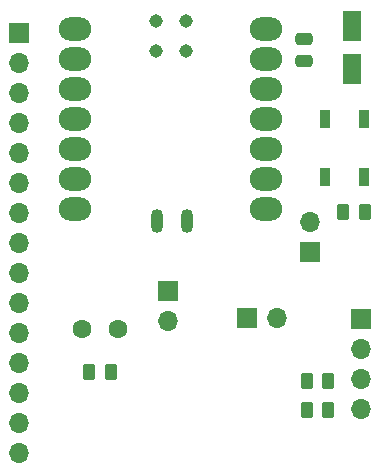
<source format=gbr>
%TF.GenerationSoftware,KiCad,Pcbnew,8.0.6*%
%TF.CreationDate,2024-10-18T13:19:48-03:00*%
%TF.ProjectId,ESP32C6-dev-board,45535033-3243-4362-9d64-65762d626f61,rev?*%
%TF.SameCoordinates,Original*%
%TF.FileFunction,Soldermask,Top*%
%TF.FilePolarity,Negative*%
%FSLAX46Y46*%
G04 Gerber Fmt 4.6, Leading zero omitted, Abs format (unit mm)*
G04 Created by KiCad (PCBNEW 8.0.6) date 2024-10-18 13:19:48*
%MOMM*%
%LPD*%
G01*
G04 APERTURE LIST*
G04 Aperture macros list*
%AMRoundRect*
0 Rectangle with rounded corners*
0 $1 Rounding radius*
0 $2 $3 $4 $5 $6 $7 $8 $9 X,Y pos of 4 corners*
0 Add a 4 corners polygon primitive as box body*
4,1,4,$2,$3,$4,$5,$6,$7,$8,$9,$2,$3,0*
0 Add four circle primitives for the rounded corners*
1,1,$1+$1,$2,$3*
1,1,$1+$1,$4,$5*
1,1,$1+$1,$6,$7*
1,1,$1+$1,$8,$9*
0 Add four rect primitives between the rounded corners*
20,1,$1+$1,$2,$3,$4,$5,0*
20,1,$1+$1,$4,$5,$6,$7,0*
20,1,$1+$1,$6,$7,$8,$9,0*
20,1,$1+$1,$8,$9,$2,$3,0*%
G04 Aperture macros list end*
%ADD10R,1.700000X1.700000*%
%ADD11O,1.700000X1.700000*%
%ADD12RoundRect,0.250000X-0.475000X0.250000X-0.475000X-0.250000X0.475000X-0.250000X0.475000X0.250000X0*%
%ADD13RoundRect,0.250000X-0.262500X-0.450000X0.262500X-0.450000X0.262500X0.450000X-0.262500X0.450000X0*%
%ADD14RoundRect,0.250000X-0.550000X1.050000X-0.550000X-1.050000X0.550000X-1.050000X0.550000X1.050000X0*%
%ADD15C,1.600000*%
%ADD16O,2.748280X1.998980*%
%ADD17O,1.016000X2.032000*%
%ADD18C,1.143000*%
%ADD19RoundRect,0.250000X0.262500X0.450000X-0.262500X0.450000X-0.262500X-0.450000X0.262500X-0.450000X0*%
%ADD20R,0.900000X1.500000*%
G04 APERTURE END LIST*
D10*
%TO.C,J2*%
X136600000Y-102725000D03*
D11*
X136600000Y-105265000D03*
%TD*%
D12*
%TO.C,C3*%
X148100000Y-81350000D03*
X148100000Y-83250000D03*
%TD*%
D10*
%TO.C,J3*%
X152900000Y-105120000D03*
D11*
X152900000Y-107660000D03*
X152900000Y-110200000D03*
X152900000Y-112740000D03*
%TD*%
D13*
%TO.C,R5*%
X148287500Y-112800000D03*
X150112500Y-112800000D03*
%TD*%
D14*
%TO.C,C1*%
X152100000Y-80300000D03*
X152100000Y-83900000D03*
%TD*%
D15*
%TO.C,R2*%
X129300000Y-105900000D03*
X132300000Y-105900000D03*
%TD*%
D16*
%TO.C,U1*%
X128718710Y-80500490D03*
X128718710Y-83040490D03*
X128718710Y-85580490D03*
X128718710Y-88120490D03*
X128718710Y-90660490D03*
X128718710Y-93200490D03*
X128718710Y-95740490D03*
X144883270Y-95740490D03*
X144883270Y-93200490D03*
X144883270Y-90660490D03*
X144883270Y-88120490D03*
X144883270Y-85580490D03*
X144883270Y-83040490D03*
X144883270Y-80500490D03*
D17*
X135585590Y-96818310D03*
X138135590Y-96818310D03*
D18*
X135584393Y-79814123D03*
X138124393Y-79814123D03*
X135584393Y-82354123D03*
X138124393Y-82354123D03*
%TD*%
D10*
%TO.C,J5*%
X143225000Y-105000000D03*
D11*
X145765000Y-105000000D03*
%TD*%
D10*
%TO.C,J4*%
X148600000Y-99375000D03*
D11*
X148600000Y-96835000D03*
%TD*%
D13*
%TO.C,R1*%
X129887500Y-109600000D03*
X131712500Y-109600000D03*
%TD*%
D10*
%TO.C,J1*%
X123952000Y-80840000D03*
D11*
X123952000Y-83380000D03*
X123952000Y-85920000D03*
X123952000Y-88460000D03*
X123952000Y-91000000D03*
X123952000Y-93540000D03*
X123952000Y-96080000D03*
X123952000Y-98620000D03*
X123952000Y-101160000D03*
X123952000Y-103700000D03*
X123952000Y-106240000D03*
X123952000Y-108780000D03*
X123952000Y-111320000D03*
X123952000Y-113860000D03*
X123952000Y-116400000D03*
%TD*%
D13*
%TO.C,R4*%
X148287500Y-110300000D03*
X150112500Y-110300000D03*
%TD*%
D19*
%TO.C,R3*%
X153212500Y-96000000D03*
X151387500Y-96000000D03*
%TD*%
D20*
%TO.C,D2*%
X153150000Y-88150000D03*
X149850000Y-88150000D03*
X149850000Y-93050000D03*
X153150000Y-93050000D03*
%TD*%
M02*

</source>
